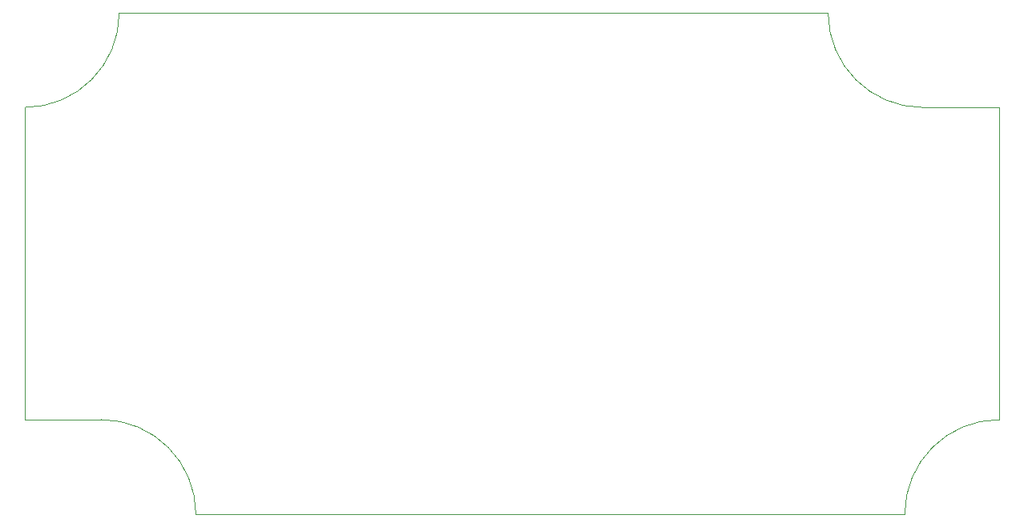
<source format=gbr>
%TF.GenerationSoftware,KiCad,Pcbnew,(5.1.9)-1*%
%TF.CreationDate,2021-01-18T22:58:22-06:00*%
%TF.ProjectId,TempPCB11,54656d70-5043-4423-9131-2e6b69636164,rev?*%
%TF.SameCoordinates,Original*%
%TF.FileFunction,Profile,NP*%
%FSLAX46Y46*%
G04 Gerber Fmt 4.6, Leading zero omitted, Abs format (unit mm)*
G04 Created by KiCad (PCBNEW (5.1.9)-1) date 2021-01-18 22:58:22*
%MOMM*%
%LPD*%
G01*
G04 APERTURE LIST*
%TA.AperFunction,Profile*%
%ADD10C,0.050000*%
%TD*%
G04 APERTURE END LIST*
D10*
X50000000Y-93000000D02*
X58100000Y-93000000D01*
X144900000Y-60000000D02*
X153000000Y-60000000D01*
X144900000Y-60000000D02*
G75*
G02*
X134900000Y-50000000I0J10000000D01*
G01*
X68100000Y-103000000D02*
G75*
G03*
X58100000Y-93000000I-10000000J0D01*
G01*
X50000000Y-60000000D02*
G75*
G03*
X60000000Y-50000000I0J10000000D01*
G01*
X153000000Y-93000000D02*
G75*
G03*
X143000000Y-103000000I0J-10000000D01*
G01*
X153000000Y-60000000D02*
X153000000Y-93000000D01*
X68100000Y-103000000D02*
X143000000Y-103000000D01*
X50000000Y-60000000D02*
X50000000Y-93000000D01*
X60000000Y-50000000D02*
X134900000Y-50000000D01*
M02*

</source>
